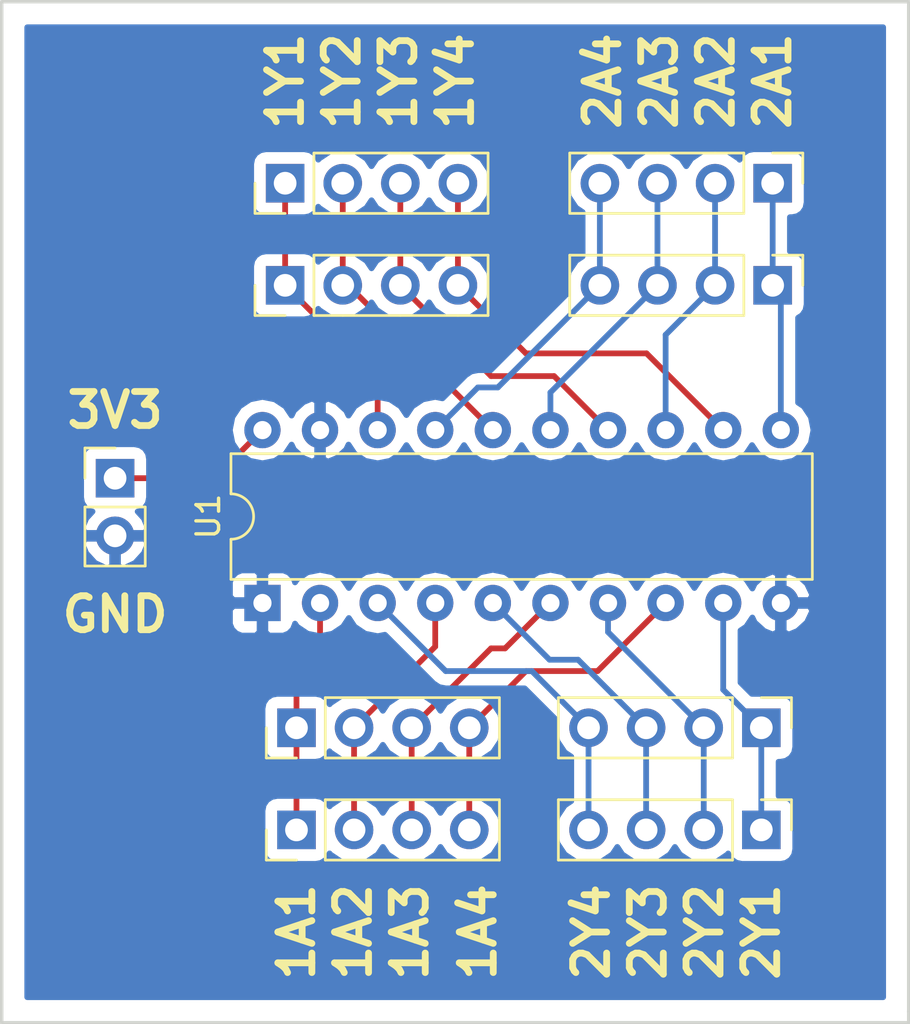
<source format=kicad_pcb>
(kicad_pcb (version 4) (host pcbnew 4.0.5)

  (general
    (links 36)
    (no_connects 0)
    (area 98.912667 76.924999 139.075001 122.075001)
    (thickness 1.6002)
    (drawings 23)
    (tracks 58)
    (zones 0)
    (modules 10)
    (nets 19)
  )

  (page USLetter)
  (title_block
    (title "Level Shifter Board")
    (rev 1)
    (company "Ben Mason")
  )

  (layers
    (0 F.Cu signal)
    (31 B.Cu signal)
    (33 F.Adhes user)
    (34 B.Paste user)
    (35 F.Paste user)
    (36 B.SilkS user)
    (37 F.SilkS user)
    (38 B.Mask user)
    (39 F.Mask user)
    (40 Dwgs.User user)
    (41 Cmts.User user)
    (42 Eco1.User user)
    (43 Eco2.User user)
    (44 Edge.Cuts user)
    (45 Margin user)
    (47 F.CrtYd user)
    (49 F.Fab user)
  )

  (setup
    (last_trace_width 0.254)
    (trace_clearance 0.254)
    (zone_clearance 0.508)
    (zone_45_only no)
    (trace_min 0.1524)
    (segment_width 0.2)
    (edge_width 0.15)
    (via_size 0.6858)
    (via_drill 0.3302)
    (via_min_size 0.3302)
    (via_min_drill 0.3302)
    (uvia_size 0.762)
    (uvia_drill 0.508)
    (uvias_allowed no)
    (uvia_min_size 0)
    (uvia_min_drill 0)
    (pcb_text_width 0.3)
    (pcb_text_size 1.5 1.5)
    (mod_edge_width 0.15)
    (mod_text_size 1 1)
    (mod_text_width 0.15)
    (pad_size 1.524 1.524)
    (pad_drill 0.762)
    (pad_to_mask_clearance 0.2)
    (aux_axis_origin 0 0)
    (visible_elements FFFFFF7F)
    (pcbplotparams
      (layerselection 0x010f0_80000001)
      (usegerberextensions false)
      (excludeedgelayer true)
      (linewidth 0.100000)
      (plotframeref false)
      (viasonmask false)
      (mode 1)
      (useauxorigin false)
      (hpglpennumber 1)
      (hpglpenspeed 20)
      (hpglpendiameter 15)
      (hpglpenoverlay 2)
      (psnegative false)
      (psa4output false)
      (plotreference true)
      (plotvalue false)
      (plotinvisibletext false)
      (padsonsilk false)
      (subtractmaskfromsilk true)
      (outputformat 1)
      (mirror false)
      (drillshape 0)
      (scaleselection 1)
      (outputdirectory GERBERS/))
  )

  (net 0 "")
  (net 1 "Net-(P1-Pad1)")
  (net 2 "Net-(P1-Pad2)")
  (net 3 "Net-(P1-Pad3)")
  (net 4 "Net-(P1-Pad4)")
  (net 5 "Net-(P2-Pad1)")
  (net 6 "Net-(P2-Pad2)")
  (net 7 "Net-(P2-Pad3)")
  (net 8 "Net-(P2-Pad4)")
  (net 9 "Net-(P6-Pad1)")
  (net 10 "Net-(P6-Pad2)")
  (net 11 "Net-(P6-Pad3)")
  (net 12 "Net-(P6-Pad4)")
  (net 13 "Net-(P7-Pad1)")
  (net 14 "Net-(P7-Pad2)")
  (net 15 "Net-(P7-Pad3)")
  (net 16 "Net-(P7-Pad4)")
  (net 17 /VCC)
  (net 18 /GND)

  (net_class Default "This is the default net class."
    (clearance 0.254)
    (trace_width 0.254)
    (via_dia 0.6858)
    (via_drill 0.3302)
    (uvia_dia 0.762)
    (uvia_drill 0.508)
    (add_net /GND)
    (add_net /VCC)
    (add_net "Net-(P1-Pad1)")
    (add_net "Net-(P1-Pad2)")
    (add_net "Net-(P1-Pad3)")
    (add_net "Net-(P1-Pad4)")
    (add_net "Net-(P2-Pad1)")
    (add_net "Net-(P2-Pad2)")
    (add_net "Net-(P2-Pad3)")
    (add_net "Net-(P2-Pad4)")
    (add_net "Net-(P6-Pad1)")
    (add_net "Net-(P6-Pad2)")
    (add_net "Net-(P6-Pad3)")
    (add_net "Net-(P6-Pad4)")
    (add_net "Net-(P7-Pad1)")
    (add_net "Net-(P7-Pad2)")
    (add_net "Net-(P7-Pad3)")
    (add_net "Net-(P7-Pad4)")
  )

  (module Housings_DIP:DIP-20_W7.62mm (layer F.Cu) (tedit 58CC8E2D) (tstamp 594576B3)
    (at 110.5 103.5 90)
    (descr "20-lead dip package, row spacing 7.62 mm (300 mils)")
    (tags "DIL DIP PDIP 2.54mm 7.62mm 300mil")
    (path /594582E0)
    (fp_text reference U1 (at 3.81 -2.39 90) (layer F.SilkS)
      (effects (font (size 1 1) (thickness 0.15)))
    )
    (fp_text value SN74LVC244 (at 3.81 25.25 90) (layer F.Fab)
      (effects (font (size 1 1) (thickness 0.15)))
    )
    (fp_text user %R (at 3.81 11.43 90) (layer F.Fab)
      (effects (font (size 1 1) (thickness 0.15)))
    )
    (fp_line (start 1.635 -1.27) (end 6.985 -1.27) (layer F.Fab) (width 0.1))
    (fp_line (start 6.985 -1.27) (end 6.985 24.13) (layer F.Fab) (width 0.1))
    (fp_line (start 6.985 24.13) (end 0.635 24.13) (layer F.Fab) (width 0.1))
    (fp_line (start 0.635 24.13) (end 0.635 -0.27) (layer F.Fab) (width 0.1))
    (fp_line (start 0.635 -0.27) (end 1.635 -1.27) (layer F.Fab) (width 0.1))
    (fp_line (start 2.81 -1.39) (end 1.04 -1.39) (layer F.SilkS) (width 0.12))
    (fp_line (start 1.04 -1.39) (end 1.04 24.25) (layer F.SilkS) (width 0.12))
    (fp_line (start 1.04 24.25) (end 6.58 24.25) (layer F.SilkS) (width 0.12))
    (fp_line (start 6.58 24.25) (end 6.58 -1.39) (layer F.SilkS) (width 0.12))
    (fp_line (start 6.58 -1.39) (end 4.81 -1.39) (layer F.SilkS) (width 0.12))
    (fp_line (start -1.1 -1.6) (end -1.1 24.4) (layer F.CrtYd) (width 0.05))
    (fp_line (start -1.1 24.4) (end 8.7 24.4) (layer F.CrtYd) (width 0.05))
    (fp_line (start 8.7 24.4) (end 8.7 -1.6) (layer F.CrtYd) (width 0.05))
    (fp_line (start 8.7 -1.6) (end -1.1 -1.6) (layer F.CrtYd) (width 0.05))
    (fp_arc (start 3.81 -1.39) (end 2.81 -1.39) (angle -180) (layer F.SilkS) (width 0.12))
    (pad 1 thru_hole rect (at 0 0 90) (size 1.6 1.6) (drill 0.8) (layers *.Cu *.Mask)
      (net 18 /GND))
    (pad 11 thru_hole oval (at 7.62 22.86 90) (size 1.6 1.6) (drill 0.8) (layers *.Cu *.Mask)
      (net 5 "Net-(P2-Pad1)"))
    (pad 2 thru_hole oval (at 0 2.54 90) (size 1.6 1.6) (drill 0.8) (layers *.Cu *.Mask)
      (net 1 "Net-(P1-Pad1)"))
    (pad 12 thru_hole oval (at 7.62 20.32 90) (size 1.6 1.6) (drill 0.8) (layers *.Cu *.Mask)
      (net 12 "Net-(P6-Pad4)"))
    (pad 3 thru_hole oval (at 0 5.08 90) (size 1.6 1.6) (drill 0.8) (layers *.Cu *.Mask)
      (net 16 "Net-(P7-Pad4)"))
    (pad 13 thru_hole oval (at 7.62 17.78 90) (size 1.6 1.6) (drill 0.8) (layers *.Cu *.Mask)
      (net 6 "Net-(P2-Pad2)"))
    (pad 4 thru_hole oval (at 0 7.62 90) (size 1.6 1.6) (drill 0.8) (layers *.Cu *.Mask)
      (net 2 "Net-(P1-Pad2)"))
    (pad 14 thru_hole oval (at 7.62 15.24 90) (size 1.6 1.6) (drill 0.8) (layers *.Cu *.Mask)
      (net 11 "Net-(P6-Pad3)"))
    (pad 5 thru_hole oval (at 0 10.16 90) (size 1.6 1.6) (drill 0.8) (layers *.Cu *.Mask)
      (net 15 "Net-(P7-Pad3)"))
    (pad 15 thru_hole oval (at 7.62 12.7 90) (size 1.6 1.6) (drill 0.8) (layers *.Cu *.Mask)
      (net 7 "Net-(P2-Pad3)"))
    (pad 6 thru_hole oval (at 0 12.7 90) (size 1.6 1.6) (drill 0.8) (layers *.Cu *.Mask)
      (net 3 "Net-(P1-Pad3)"))
    (pad 16 thru_hole oval (at 7.62 10.16 90) (size 1.6 1.6) (drill 0.8) (layers *.Cu *.Mask)
      (net 10 "Net-(P6-Pad2)"))
    (pad 7 thru_hole oval (at 0 15.24 90) (size 1.6 1.6) (drill 0.8) (layers *.Cu *.Mask)
      (net 14 "Net-(P7-Pad2)"))
    (pad 17 thru_hole oval (at 7.62 7.62 90) (size 1.6 1.6) (drill 0.8) (layers *.Cu *.Mask)
      (net 8 "Net-(P2-Pad4)"))
    (pad 8 thru_hole oval (at 0 17.78 90) (size 1.6 1.6) (drill 0.8) (layers *.Cu *.Mask)
      (net 4 "Net-(P1-Pad4)"))
    (pad 18 thru_hole oval (at 7.62 5.08 90) (size 1.6 1.6) (drill 0.8) (layers *.Cu *.Mask)
      (net 9 "Net-(P6-Pad1)"))
    (pad 9 thru_hole oval (at 0 20.32 90) (size 1.6 1.6) (drill 0.8) (layers *.Cu *.Mask)
      (net 13 "Net-(P7-Pad1)"))
    (pad 19 thru_hole oval (at 7.62 2.54 90) (size 1.6 1.6) (drill 0.8) (layers *.Cu *.Mask)
      (net 18 /GND))
    (pad 10 thru_hole oval (at 0 22.86 90) (size 1.6 1.6) (drill 0.8) (layers *.Cu *.Mask)
      (net 18 /GND))
    (pad 20 thru_hole oval (at 7.62 0 90) (size 1.6 1.6) (drill 0.8) (layers *.Cu *.Mask)
      (net 17 /VCC))
    (model ${KISYS3DMOD}/Housings_DIP.3dshapes/DIP-20_W7.62mm.wrl
      (at (xyz 0 0 0))
      (scale (xyz 1 1 1))
      (rotate (xyz 0 0 0))
    )
  )

  (module Socket_Strips:Socket_Strip_Straight_1x02_Pitch2.54mm (layer F.Cu) (tedit 5945B1BE) (tstamp 59457655)
    (at 104 98)
    (descr "Through hole straight socket strip, 1x02, 2.54mm pitch, single row")
    (tags "Through hole socket strip THT 1x02 2.54mm single row")
    (path /5945686B)
    (fp_text reference P3 (at 0 -2.33) (layer F.SilkS) hide
      (effects (font (size 1 1) (thickness 0.15)))
    )
    (fp_text value CONN_01X02 (at 0 4.87) (layer F.Fab) hide
      (effects (font (size 1 1) (thickness 0.15)))
    )
    (fp_line (start -1.27 -1.27) (end -1.27 3.81) (layer F.Fab) (width 0.1))
    (fp_line (start -1.27 3.81) (end 1.27 3.81) (layer F.Fab) (width 0.1))
    (fp_line (start 1.27 3.81) (end 1.27 -1.27) (layer F.Fab) (width 0.1))
    (fp_line (start 1.27 -1.27) (end -1.27 -1.27) (layer F.Fab) (width 0.1))
    (fp_line (start -1.33 1.27) (end -1.33 3.87) (layer F.SilkS) (width 0.12))
    (fp_line (start -1.33 3.87) (end 1.33 3.87) (layer F.SilkS) (width 0.12))
    (fp_line (start 1.33 3.87) (end 1.33 1.27) (layer F.SilkS) (width 0.12))
    (fp_line (start 1.33 1.27) (end -1.33 1.27) (layer F.SilkS) (width 0.12))
    (fp_line (start -1.33 0) (end -1.33 -1.33) (layer F.SilkS) (width 0.12))
    (fp_line (start -1.33 -1.33) (end 0 -1.33) (layer F.SilkS) (width 0.12))
    (fp_line (start -1.8 -1.8) (end -1.8 4.35) (layer F.CrtYd) (width 0.05))
    (fp_line (start -1.8 4.35) (end 1.8 4.35) (layer F.CrtYd) (width 0.05))
    (fp_line (start 1.8 4.35) (end 1.8 -1.8) (layer F.CrtYd) (width 0.05))
    (fp_line (start 1.8 -1.8) (end -1.8 -1.8) (layer F.CrtYd) (width 0.05))
    (fp_text user %R (at 0 -2.33) (layer F.Fab)
      (effects (font (size 1 1) (thickness 0.15)))
    )
    (pad 1 thru_hole rect (at 0 0) (size 1.7 1.7) (drill 1) (layers *.Cu *.Mask)
      (net 17 /VCC))
    (pad 2 thru_hole oval (at 0 2.54) (size 1.7 1.7) (drill 1) (layers *.Cu *.Mask)
      (net 18 /GND))
    (model ${KISYS3DMOD}/Socket_Strips.3dshapes/Socket_Strip_Straight_1x02_Pitch2.54mm.wrl
      (at (xyz 0 -0.05 0))
      (scale (xyz 1 1 1))
      (rotate (xyz 0 0 270))
    )
  )

  (module Socket_Strips:Socket_Strip_Straight_1x04_Pitch2.54mm (layer F.Cu) (tedit 5945B1CB) (tstamp 59458F07)
    (at 111.5 89.5 90)
    (descr "Through hole straight socket strip, 1x04, 2.54mm pitch, single row")
    (tags "Through hole socket strip THT 1x04 2.54mm single row")
    (path /59458B96)
    (fp_text reference P6 (at 0 -2.33 90) (layer F.SilkS) hide
      (effects (font (size 1 1) (thickness 0.15)))
    )
    (fp_text value CONN_01X04 (at 0 9.95 90) (layer F.Fab)
      (effects (font (size 1 1) (thickness 0.15)))
    )
    (fp_line (start -1.27 -1.27) (end -1.27 8.89) (layer F.Fab) (width 0.1))
    (fp_line (start -1.27 8.89) (end 1.27 8.89) (layer F.Fab) (width 0.1))
    (fp_line (start 1.27 8.89) (end 1.27 -1.27) (layer F.Fab) (width 0.1))
    (fp_line (start 1.27 -1.27) (end -1.27 -1.27) (layer F.Fab) (width 0.1))
    (fp_line (start -1.33 1.27) (end -1.33 8.95) (layer F.SilkS) (width 0.12))
    (fp_line (start -1.33 8.95) (end 1.33 8.95) (layer F.SilkS) (width 0.12))
    (fp_line (start 1.33 8.95) (end 1.33 1.27) (layer F.SilkS) (width 0.12))
    (fp_line (start 1.33 1.27) (end -1.33 1.27) (layer F.SilkS) (width 0.12))
    (fp_line (start -1.33 0) (end -1.33 -1.33) (layer F.SilkS) (width 0.12))
    (fp_line (start -1.33 -1.33) (end 0 -1.33) (layer F.SilkS) (width 0.12))
    (fp_line (start -1.8 -1.8) (end -1.8 9.4) (layer F.CrtYd) (width 0.05))
    (fp_line (start -1.8 9.4) (end 1.8 9.4) (layer F.CrtYd) (width 0.05))
    (fp_line (start 1.8 9.4) (end 1.8 -1.8) (layer F.CrtYd) (width 0.05))
    (fp_line (start 1.8 -1.8) (end -1.8 -1.8) (layer F.CrtYd) (width 0.05))
    (fp_text user %R (at 0 -2.33 90) (layer F.Fab)
      (effects (font (size 1 1) (thickness 0.15)))
    )
    (pad 1 thru_hole rect (at 0 0 90) (size 1.7 1.7) (drill 1) (layers *.Cu *.Mask)
      (net 9 "Net-(P6-Pad1)"))
    (pad 2 thru_hole oval (at 0 2.54 90) (size 1.7 1.7) (drill 1) (layers *.Cu *.Mask)
      (net 10 "Net-(P6-Pad2)"))
    (pad 3 thru_hole oval (at 0 5.08 90) (size 1.7 1.7) (drill 1) (layers *.Cu *.Mask)
      (net 11 "Net-(P6-Pad3)"))
    (pad 4 thru_hole oval (at 0 7.62 90) (size 1.7 1.7) (drill 1) (layers *.Cu *.Mask)
      (net 12 "Net-(P6-Pad4)"))
    (model ${KISYS3DMOD}/Socket_Strips.3dshapes/Socket_Strip_Straight_1x04_Pitch2.54mm.wrl
      (at (xyz 0 -0.15 0))
      (scale (xyz 1 1 1))
      (rotate (xyz 0 0 270))
    )
  )

  (module Socket_Strips:Socket_Strip_Straight_1x04_Pitch2.54mm (layer F.Cu) (tedit 5945B1E0) (tstamp 59458F1E)
    (at 132.5 109 270)
    (descr "Through hole straight socket strip, 1x04, 2.54mm pitch, single row")
    (tags "Through hole socket strip THT 1x04 2.54mm single row")
    (path /59458BD2)
    (fp_text reference P7 (at 0 -2.33 270) (layer F.SilkS) hide
      (effects (font (size 1 1) (thickness 0.15)))
    )
    (fp_text value CONN_01X04 (at 0 9.95 270) (layer F.Fab)
      (effects (font (size 1 1) (thickness 0.15)))
    )
    (fp_line (start -1.27 -1.27) (end -1.27 8.89) (layer F.Fab) (width 0.1))
    (fp_line (start -1.27 8.89) (end 1.27 8.89) (layer F.Fab) (width 0.1))
    (fp_line (start 1.27 8.89) (end 1.27 -1.27) (layer F.Fab) (width 0.1))
    (fp_line (start 1.27 -1.27) (end -1.27 -1.27) (layer F.Fab) (width 0.1))
    (fp_line (start -1.33 1.27) (end -1.33 8.95) (layer F.SilkS) (width 0.12))
    (fp_line (start -1.33 8.95) (end 1.33 8.95) (layer F.SilkS) (width 0.12))
    (fp_line (start 1.33 8.95) (end 1.33 1.27) (layer F.SilkS) (width 0.12))
    (fp_line (start 1.33 1.27) (end -1.33 1.27) (layer F.SilkS) (width 0.12))
    (fp_line (start -1.33 0) (end -1.33 -1.33) (layer F.SilkS) (width 0.12))
    (fp_line (start -1.33 -1.33) (end 0 -1.33) (layer F.SilkS) (width 0.12))
    (fp_line (start -1.8 -1.8) (end -1.8 9.4) (layer F.CrtYd) (width 0.05))
    (fp_line (start -1.8 9.4) (end 1.8 9.4) (layer F.CrtYd) (width 0.05))
    (fp_line (start 1.8 9.4) (end 1.8 -1.8) (layer F.CrtYd) (width 0.05))
    (fp_line (start 1.8 -1.8) (end -1.8 -1.8) (layer F.CrtYd) (width 0.05))
    (fp_text user %R (at 0 -2.33 270) (layer F.Fab)
      (effects (font (size 1 1) (thickness 0.15)))
    )
    (pad 1 thru_hole rect (at 0 0 270) (size 1.7 1.7) (drill 1) (layers *.Cu *.Mask)
      (net 13 "Net-(P7-Pad1)"))
    (pad 2 thru_hole oval (at 0 2.54 270) (size 1.7 1.7) (drill 1) (layers *.Cu *.Mask)
      (net 14 "Net-(P7-Pad2)"))
    (pad 3 thru_hole oval (at 0 5.08 270) (size 1.7 1.7) (drill 1) (layers *.Cu *.Mask)
      (net 15 "Net-(P7-Pad3)"))
    (pad 4 thru_hole oval (at 0 7.62 270) (size 1.7 1.7) (drill 1) (layers *.Cu *.Mask)
      (net 16 "Net-(P7-Pad4)"))
    (model ${KISYS3DMOD}/Socket_Strips.3dshapes/Socket_Strip_Straight_1x04_Pitch2.54mm.wrl
      (at (xyz 0 -0.15 0))
      (scale (xyz 1 1 1))
      (rotate (xyz 0 0 270))
    )
  )

  (module Socket_Strips:Socket_Strip_Straight_1x04_Pitch2.54mm (layer F.Cu) (tedit 5945B1C5) (tstamp 59458F35)
    (at 111.5 85 90)
    (descr "Through hole straight socket strip, 1x04, 2.54mm pitch, single row")
    (tags "Through hole socket strip THT 1x04 2.54mm single row")
    (path /59458C14)
    (fp_text reference P8 (at 0 -2.33 90) (layer F.SilkS) hide
      (effects (font (size 1 1) (thickness 0.15)))
    )
    (fp_text value CONN_01X04 (at 0 9.95 90) (layer F.Fab)
      (effects (font (size 1 1) (thickness 0.15)))
    )
    (fp_line (start -1.27 -1.27) (end -1.27 8.89) (layer F.Fab) (width 0.1))
    (fp_line (start -1.27 8.89) (end 1.27 8.89) (layer F.Fab) (width 0.1))
    (fp_line (start 1.27 8.89) (end 1.27 -1.27) (layer F.Fab) (width 0.1))
    (fp_line (start 1.27 -1.27) (end -1.27 -1.27) (layer F.Fab) (width 0.1))
    (fp_line (start -1.33 1.27) (end -1.33 8.95) (layer F.SilkS) (width 0.12))
    (fp_line (start -1.33 8.95) (end 1.33 8.95) (layer F.SilkS) (width 0.12))
    (fp_line (start 1.33 8.95) (end 1.33 1.27) (layer F.SilkS) (width 0.12))
    (fp_line (start 1.33 1.27) (end -1.33 1.27) (layer F.SilkS) (width 0.12))
    (fp_line (start -1.33 0) (end -1.33 -1.33) (layer F.SilkS) (width 0.12))
    (fp_line (start -1.33 -1.33) (end 0 -1.33) (layer F.SilkS) (width 0.12))
    (fp_line (start -1.8 -1.8) (end -1.8 9.4) (layer F.CrtYd) (width 0.05))
    (fp_line (start -1.8 9.4) (end 1.8 9.4) (layer F.CrtYd) (width 0.05))
    (fp_line (start 1.8 9.4) (end 1.8 -1.8) (layer F.CrtYd) (width 0.05))
    (fp_line (start 1.8 -1.8) (end -1.8 -1.8) (layer F.CrtYd) (width 0.05))
    (fp_text user %R (at 0 -2.33 90) (layer F.Fab)
      (effects (font (size 1 1) (thickness 0.15)))
    )
    (pad 1 thru_hole rect (at 0 0 90) (size 1.7 1.7) (drill 1) (layers *.Cu *.Mask)
      (net 9 "Net-(P6-Pad1)"))
    (pad 2 thru_hole oval (at 0 2.54 90) (size 1.7 1.7) (drill 1) (layers *.Cu *.Mask)
      (net 10 "Net-(P6-Pad2)"))
    (pad 3 thru_hole oval (at 0 5.08 90) (size 1.7 1.7) (drill 1) (layers *.Cu *.Mask)
      (net 11 "Net-(P6-Pad3)"))
    (pad 4 thru_hole oval (at 0 7.62 90) (size 1.7 1.7) (drill 1) (layers *.Cu *.Mask)
      (net 12 "Net-(P6-Pad4)"))
    (model ${KISYS3DMOD}/Socket_Strips.3dshapes/Socket_Strip_Straight_1x04_Pitch2.54mm.wrl
      (at (xyz 0 -0.15 0))
      (scale (xyz 1 1 1))
      (rotate (xyz 0 0 270))
    )
  )

  (module Socket_Strips:Socket_Strip_Straight_1x04_Pitch2.54mm (layer F.Cu) (tedit 5945B1E9) (tstamp 59458F4C)
    (at 132.5 113.5 270)
    (descr "Through hole straight socket strip, 1x04, 2.54mm pitch, single row")
    (tags "Through hole socket strip THT 1x04 2.54mm single row")
    (path /59458C56)
    (fp_text reference P9 (at 0 -2.33 270) (layer F.SilkS) hide
      (effects (font (size 1 1) (thickness 0.15)))
    )
    (fp_text value CONN_01X04 (at 0 9.95 270) (layer F.Fab)
      (effects (font (size 1 1) (thickness 0.15)))
    )
    (fp_line (start -1.27 -1.27) (end -1.27 8.89) (layer F.Fab) (width 0.1))
    (fp_line (start -1.27 8.89) (end 1.27 8.89) (layer F.Fab) (width 0.1))
    (fp_line (start 1.27 8.89) (end 1.27 -1.27) (layer F.Fab) (width 0.1))
    (fp_line (start 1.27 -1.27) (end -1.27 -1.27) (layer F.Fab) (width 0.1))
    (fp_line (start -1.33 1.27) (end -1.33 8.95) (layer F.SilkS) (width 0.12))
    (fp_line (start -1.33 8.95) (end 1.33 8.95) (layer F.SilkS) (width 0.12))
    (fp_line (start 1.33 8.95) (end 1.33 1.27) (layer F.SilkS) (width 0.12))
    (fp_line (start 1.33 1.27) (end -1.33 1.27) (layer F.SilkS) (width 0.12))
    (fp_line (start -1.33 0) (end -1.33 -1.33) (layer F.SilkS) (width 0.12))
    (fp_line (start -1.33 -1.33) (end 0 -1.33) (layer F.SilkS) (width 0.12))
    (fp_line (start -1.8 -1.8) (end -1.8 9.4) (layer F.CrtYd) (width 0.05))
    (fp_line (start -1.8 9.4) (end 1.8 9.4) (layer F.CrtYd) (width 0.05))
    (fp_line (start 1.8 9.4) (end 1.8 -1.8) (layer F.CrtYd) (width 0.05))
    (fp_line (start 1.8 -1.8) (end -1.8 -1.8) (layer F.CrtYd) (width 0.05))
    (fp_text user %R (at 0 -2.33 270) (layer F.Fab)
      (effects (font (size 1 1) (thickness 0.15)))
    )
    (pad 1 thru_hole rect (at 0 0 270) (size 1.7 1.7) (drill 1) (layers *.Cu *.Mask)
      (net 13 "Net-(P7-Pad1)"))
    (pad 2 thru_hole oval (at 0 2.54 270) (size 1.7 1.7) (drill 1) (layers *.Cu *.Mask)
      (net 14 "Net-(P7-Pad2)"))
    (pad 3 thru_hole oval (at 0 5.08 270) (size 1.7 1.7) (drill 1) (layers *.Cu *.Mask)
      (net 15 "Net-(P7-Pad3)"))
    (pad 4 thru_hole oval (at 0 7.62 270) (size 1.7 1.7) (drill 1) (layers *.Cu *.Mask)
      (net 16 "Net-(P7-Pad4)"))
    (model ${KISYS3DMOD}/Socket_Strips.3dshapes/Socket_Strip_Straight_1x04_Pitch2.54mm.wrl
      (at (xyz 0 -0.15 0))
      (scale (xyz 1 1 1))
      (rotate (xyz 0 0 270))
    )
  )

  (module Socket_Strips:Socket_Strip_Straight_1x04_Pitch2.54mm (layer F.Cu) (tedit 5945B1EF) (tstamp 594590DA)
    (at 112 109 90)
    (descr "Through hole straight socket strip, 1x04, 2.54mm pitch, single row")
    (tags "Through hole socket strip THT 1x04 2.54mm single row")
    (path /59458AA8)
    (fp_text reference P1 (at 0 -2.33 90) (layer F.SilkS) hide
      (effects (font (size 1 1) (thickness 0.15)))
    )
    (fp_text value CONN_01X04 (at 0 9.95 90) (layer F.Fab)
      (effects (font (size 1 1) (thickness 0.15)))
    )
    (fp_line (start -1.27 -1.27) (end -1.27 8.89) (layer F.Fab) (width 0.1))
    (fp_line (start -1.27 8.89) (end 1.27 8.89) (layer F.Fab) (width 0.1))
    (fp_line (start 1.27 8.89) (end 1.27 -1.27) (layer F.Fab) (width 0.1))
    (fp_line (start 1.27 -1.27) (end -1.27 -1.27) (layer F.Fab) (width 0.1))
    (fp_line (start -1.33 1.27) (end -1.33 8.95) (layer F.SilkS) (width 0.12))
    (fp_line (start -1.33 8.95) (end 1.33 8.95) (layer F.SilkS) (width 0.12))
    (fp_line (start 1.33 8.95) (end 1.33 1.27) (layer F.SilkS) (width 0.12))
    (fp_line (start 1.33 1.27) (end -1.33 1.27) (layer F.SilkS) (width 0.12))
    (fp_line (start -1.33 0) (end -1.33 -1.33) (layer F.SilkS) (width 0.12))
    (fp_line (start -1.33 -1.33) (end 0 -1.33) (layer F.SilkS) (width 0.12))
    (fp_line (start -1.8 -1.8) (end -1.8 9.4) (layer F.CrtYd) (width 0.05))
    (fp_line (start -1.8 9.4) (end 1.8 9.4) (layer F.CrtYd) (width 0.05))
    (fp_line (start 1.8 9.4) (end 1.8 -1.8) (layer F.CrtYd) (width 0.05))
    (fp_line (start 1.8 -1.8) (end -1.8 -1.8) (layer F.CrtYd) (width 0.05))
    (fp_text user %R (at 0 -2.33 90) (layer F.Fab)
      (effects (font (size 1 1) (thickness 0.15)))
    )
    (pad 1 thru_hole rect (at 0 0 90) (size 1.7 1.7) (drill 1) (layers *.Cu *.Mask)
      (net 1 "Net-(P1-Pad1)"))
    (pad 2 thru_hole oval (at 0 2.54 90) (size 1.7 1.7) (drill 1) (layers *.Cu *.Mask)
      (net 2 "Net-(P1-Pad2)"))
    (pad 3 thru_hole oval (at 0 5.08 90) (size 1.7 1.7) (drill 1) (layers *.Cu *.Mask)
      (net 3 "Net-(P1-Pad3)"))
    (pad 4 thru_hole oval (at 0 7.62 90) (size 1.7 1.7) (drill 1) (layers *.Cu *.Mask)
      (net 4 "Net-(P1-Pad4)"))
    (model ${KISYS3DMOD}/Socket_Strips.3dshapes/Socket_Strip_Straight_1x04_Pitch2.54mm.wrl
      (at (xyz 0 -0.15 0))
      (scale (xyz 1 1 1))
      (rotate (xyz 0 0 270))
    )
  )

  (module Socket_Strips:Socket_Strip_Straight_1x04_Pitch2.54mm (layer F.Cu) (tedit 5945B1D9) (tstamp 594590F1)
    (at 133 89.5 270)
    (descr "Through hole straight socket strip, 1x04, 2.54mm pitch, single row")
    (tags "Through hole socket strip THT 1x04 2.54mm single row")
    (path /59458AFA)
    (fp_text reference P2 (at 0 -2.33 270) (layer F.SilkS) hide
      (effects (font (size 1 1) (thickness 0.15)))
    )
    (fp_text value CONN_01X04 (at 0 9.95 270) (layer F.Fab)
      (effects (font (size 1 1) (thickness 0.15)))
    )
    (fp_line (start -1.27 -1.27) (end -1.27 8.89) (layer F.Fab) (width 0.1))
    (fp_line (start -1.27 8.89) (end 1.27 8.89) (layer F.Fab) (width 0.1))
    (fp_line (start 1.27 8.89) (end 1.27 -1.27) (layer F.Fab) (width 0.1))
    (fp_line (start 1.27 -1.27) (end -1.27 -1.27) (layer F.Fab) (width 0.1))
    (fp_line (start -1.33 1.27) (end -1.33 8.95) (layer F.SilkS) (width 0.12))
    (fp_line (start -1.33 8.95) (end 1.33 8.95) (layer F.SilkS) (width 0.12))
    (fp_line (start 1.33 8.95) (end 1.33 1.27) (layer F.SilkS) (width 0.12))
    (fp_line (start 1.33 1.27) (end -1.33 1.27) (layer F.SilkS) (width 0.12))
    (fp_line (start -1.33 0) (end -1.33 -1.33) (layer F.SilkS) (width 0.12))
    (fp_line (start -1.33 -1.33) (end 0 -1.33) (layer F.SilkS) (width 0.12))
    (fp_line (start -1.8 -1.8) (end -1.8 9.4) (layer F.CrtYd) (width 0.05))
    (fp_line (start -1.8 9.4) (end 1.8 9.4) (layer F.CrtYd) (width 0.05))
    (fp_line (start 1.8 9.4) (end 1.8 -1.8) (layer F.CrtYd) (width 0.05))
    (fp_line (start 1.8 -1.8) (end -1.8 -1.8) (layer F.CrtYd) (width 0.05))
    (fp_text user %R (at 0 -2.33 270) (layer F.Fab)
      (effects (font (size 1 1) (thickness 0.15)))
    )
    (pad 1 thru_hole rect (at 0 0 270) (size 1.7 1.7) (drill 1) (layers *.Cu *.Mask)
      (net 5 "Net-(P2-Pad1)"))
    (pad 2 thru_hole oval (at 0 2.54 270) (size 1.7 1.7) (drill 1) (layers *.Cu *.Mask)
      (net 6 "Net-(P2-Pad2)"))
    (pad 3 thru_hole oval (at 0 5.08 270) (size 1.7 1.7) (drill 1) (layers *.Cu *.Mask)
      (net 7 "Net-(P2-Pad3)"))
    (pad 4 thru_hole oval (at 0 7.62 270) (size 1.7 1.7) (drill 1) (layers *.Cu *.Mask)
      (net 8 "Net-(P2-Pad4)"))
    (model ${KISYS3DMOD}/Socket_Strips.3dshapes/Socket_Strip_Straight_1x04_Pitch2.54mm.wrl
      (at (xyz 0 -0.15 0))
      (scale (xyz 1 1 1))
      (rotate (xyz 0 0 270))
    )
  )

  (module Socket_Strips:Socket_Strip_Straight_1x04_Pitch2.54mm (layer F.Cu) (tedit 5945B1F5) (tstamp 59459108)
    (at 112 113.5 90)
    (descr "Through hole straight socket strip, 1x04, 2.54mm pitch, single row")
    (tags "Through hole socket strip THT 1x04 2.54mm single row")
    (path /59458B36)
    (fp_text reference P4 (at 0 -2.33 90) (layer F.SilkS) hide
      (effects (font (size 1 1) (thickness 0.15)))
    )
    (fp_text value CONN_01X04 (at 0 9.95 90) (layer F.Fab)
      (effects (font (size 1 1) (thickness 0.15)))
    )
    (fp_line (start -1.27 -1.27) (end -1.27 8.89) (layer F.Fab) (width 0.1))
    (fp_line (start -1.27 8.89) (end 1.27 8.89) (layer F.Fab) (width 0.1))
    (fp_line (start 1.27 8.89) (end 1.27 -1.27) (layer F.Fab) (width 0.1))
    (fp_line (start 1.27 -1.27) (end -1.27 -1.27) (layer F.Fab) (width 0.1))
    (fp_line (start -1.33 1.27) (end -1.33 8.95) (layer F.SilkS) (width 0.12))
    (fp_line (start -1.33 8.95) (end 1.33 8.95) (layer F.SilkS) (width 0.12))
    (fp_line (start 1.33 8.95) (end 1.33 1.27) (layer F.SilkS) (width 0.12))
    (fp_line (start 1.33 1.27) (end -1.33 1.27) (layer F.SilkS) (width 0.12))
    (fp_line (start -1.33 0) (end -1.33 -1.33) (layer F.SilkS) (width 0.12))
    (fp_line (start -1.33 -1.33) (end 0 -1.33) (layer F.SilkS) (width 0.12))
    (fp_line (start -1.8 -1.8) (end -1.8 9.4) (layer F.CrtYd) (width 0.05))
    (fp_line (start -1.8 9.4) (end 1.8 9.4) (layer F.CrtYd) (width 0.05))
    (fp_line (start 1.8 9.4) (end 1.8 -1.8) (layer F.CrtYd) (width 0.05))
    (fp_line (start 1.8 -1.8) (end -1.8 -1.8) (layer F.CrtYd) (width 0.05))
    (fp_text user %R (at 0 -2.33 90) (layer F.Fab)
      (effects (font (size 1 1) (thickness 0.15)))
    )
    (pad 1 thru_hole rect (at 0 0 90) (size 1.7 1.7) (drill 1) (layers *.Cu *.Mask)
      (net 1 "Net-(P1-Pad1)"))
    (pad 2 thru_hole oval (at 0 2.54 90) (size 1.7 1.7) (drill 1) (layers *.Cu *.Mask)
      (net 2 "Net-(P1-Pad2)"))
    (pad 3 thru_hole oval (at 0 5.08 90) (size 1.7 1.7) (drill 1) (layers *.Cu *.Mask)
      (net 3 "Net-(P1-Pad3)"))
    (pad 4 thru_hole oval (at 0 7.62 90) (size 1.7 1.7) (drill 1) (layers *.Cu *.Mask)
      (net 4 "Net-(P1-Pad4)"))
    (model ${KISYS3DMOD}/Socket_Strips.3dshapes/Socket_Strip_Straight_1x04_Pitch2.54mm.wrl
      (at (xyz 0 -0.15 0))
      (scale (xyz 1 1 1))
      (rotate (xyz 0 0 270))
    )
  )

  (module Socket_Strips:Socket_Strip_Straight_1x04_Pitch2.54mm (layer F.Cu) (tedit 5945B1D2) (tstamp 5945911F)
    (at 133 85 270)
    (descr "Through hole straight socket strip, 1x04, 2.54mm pitch, single row")
    (tags "Through hole socket strip THT 1x04 2.54mm single row")
    (path /59458B64)
    (fp_text reference P5 (at 0 -2.33 270) (layer F.SilkS) hide
      (effects (font (size 1 1) (thickness 0.15)))
    )
    (fp_text value CONN_01X04 (at 0 9.95 270) (layer F.Fab)
      (effects (font (size 1 1) (thickness 0.15)))
    )
    (fp_line (start -1.27 -1.27) (end -1.27 8.89) (layer F.Fab) (width 0.1))
    (fp_line (start -1.27 8.89) (end 1.27 8.89) (layer F.Fab) (width 0.1))
    (fp_line (start 1.27 8.89) (end 1.27 -1.27) (layer F.Fab) (width 0.1))
    (fp_line (start 1.27 -1.27) (end -1.27 -1.27) (layer F.Fab) (width 0.1))
    (fp_line (start -1.33 1.27) (end -1.33 8.95) (layer F.SilkS) (width 0.12))
    (fp_line (start -1.33 8.95) (end 1.33 8.95) (layer F.SilkS) (width 0.12))
    (fp_line (start 1.33 8.95) (end 1.33 1.27) (layer F.SilkS) (width 0.12))
    (fp_line (start 1.33 1.27) (end -1.33 1.27) (layer F.SilkS) (width 0.12))
    (fp_line (start -1.33 0) (end -1.33 -1.33) (layer F.SilkS) (width 0.12))
    (fp_line (start -1.33 -1.33) (end 0 -1.33) (layer F.SilkS) (width 0.12))
    (fp_line (start -1.8 -1.8) (end -1.8 9.4) (layer F.CrtYd) (width 0.05))
    (fp_line (start -1.8 9.4) (end 1.8 9.4) (layer F.CrtYd) (width 0.05))
    (fp_line (start 1.8 9.4) (end 1.8 -1.8) (layer F.CrtYd) (width 0.05))
    (fp_line (start 1.8 -1.8) (end -1.8 -1.8) (layer F.CrtYd) (width 0.05))
    (fp_text user %R (at 0 -2.33 270) (layer F.Fab)
      (effects (font (size 1 1) (thickness 0.15)))
    )
    (pad 1 thru_hole rect (at 0 0 270) (size 1.7 1.7) (drill 1) (layers *.Cu *.Mask)
      (net 5 "Net-(P2-Pad1)"))
    (pad 2 thru_hole oval (at 0 2.54 270) (size 1.7 1.7) (drill 1) (layers *.Cu *.Mask)
      (net 6 "Net-(P2-Pad2)"))
    (pad 3 thru_hole oval (at 0 5.08 270) (size 1.7 1.7) (drill 1) (layers *.Cu *.Mask)
      (net 7 "Net-(P2-Pad3)"))
    (pad 4 thru_hole oval (at 0 7.62 270) (size 1.7 1.7) (drill 1) (layers *.Cu *.Mask)
      (net 8 "Net-(P2-Pad4)"))
    (model ${KISYS3DMOD}/Socket_Strips.3dshapes/Socket_Strip_Straight_1x04_Pitch2.54mm.wrl
      (at (xyz 0 -0.15 0))
      (scale (xyz 1 1 1))
      (rotate (xyz 0 0 270))
    )
  )

  (gr_line (start 139 122) (end 139 121.5) (angle 90) (layer Edge.Cuts) (width 0.15))
  (gr_line (start 99 122) (end 139 122) (angle 90) (layer Edge.Cuts) (width 0.15))
  (gr_line (start 99 77) (end 99 122) (angle 90) (layer Edge.Cuts) (width 0.15))
  (gr_line (start 139 77) (end 99 77) (angle 90) (layer Edge.Cuts) (width 0.15))
  (gr_line (start 139 121.5) (end 139 77) (angle 90) (layer Edge.Cuts) (width 0.15))
  (gr_text 2A1 (at 133 80.5 90) (layer F.SilkS)
    (effects (font (size 1.5 1.5) (thickness 0.3)))
  )
  (gr_text 2A2 (at 130.5 80.5 90) (layer F.SilkS)
    (effects (font (size 1.5 1.5) (thickness 0.3)))
  )
  (gr_text 2A3 (at 128 80.5 90) (layer F.SilkS)
    (effects (font (size 1.5 1.5) (thickness 0.3)))
  )
  (gr_text 2A4 (at 125.5 80.5 90) (layer F.SilkS)
    (effects (font (size 1.5 1.5) (thickness 0.3)))
  )
  (gr_text 1Y4 (at 119 80.5 90) (layer F.SilkS)
    (effects (font (size 1.5 1.5) (thickness 0.3)))
  )
  (gr_text 1Y3 (at 116.5 80.5 90) (layer F.SilkS)
    (effects (font (size 1.5 1.5) (thickness 0.3)))
  )
  (gr_text 1Y2 (at 114 80.5 90) (layer F.SilkS)
    (effects (font (size 1.5 1.5) (thickness 0.3)))
  )
  (gr_text 1Y1 (at 111.5 80.5 90) (layer F.SilkS)
    (effects (font (size 1.5 1.5) (thickness 0.3)))
  )
  (gr_text 3V3 (at 104 95) (layer F.SilkS)
    (effects (font (size 1.5 1.5) (thickness 0.3)))
  )
  (gr_text GND (at 104 104) (layer F.SilkS)
    (effects (font (size 1.5 1.5) (thickness 0.3)))
  )
  (gr_text 2Y1 (at 132.5 118 90) (layer F.SilkS)
    (effects (font (size 1.5 1.5) (thickness 0.3)))
  )
  (gr_text 2Y2 (at 130 118 90) (layer F.SilkS)
    (effects (font (size 1.5 1.5) (thickness 0.3)))
  )
  (gr_text 2Y3 (at 127.5 118 90) (layer F.SilkS)
    (effects (font (size 1.5 1.5) (thickness 0.3)))
  )
  (gr_text 2Y4 (at 125 118 90) (layer F.SilkS)
    (effects (font (size 1.5 1.5) (thickness 0.3)))
  )
  (gr_text 1A4 (at 120 118 90) (layer F.SilkS)
    (effects (font (size 1.5 1.5) (thickness 0.3)))
  )
  (gr_text 1A3 (at 117 118 90) (layer F.SilkS)
    (effects (font (size 1.5 1.5) (thickness 0.3)))
  )
  (gr_text 1A2 (at 114.5 118 90) (layer F.SilkS)
    (effects (font (size 1.5 1.5) (thickness 0.3)))
  )
  (gr_text 1A1 (at 112 118 90) (layer F.SilkS)
    (effects (font (size 1.5 1.5) (thickness 0.3)))
  )

  (segment (start 112 113.5) (end 112 109) (width 0.254) (layer F.Cu) (net 1))
  (segment (start 112 109) (end 112 106) (width 0.254) (layer F.Cu) (net 1) (tstamp 594595C6))
  (segment (start 112 106) (end 113.04 104.96) (width 0.254) (layer F.Cu) (net 1) (tstamp 594595C7))
  (segment (start 113.04 104.96) (end 113.04 103.5) (width 0.254) (layer F.Cu) (net 1) (tstamp 594595C8))
  (segment (start 114.54 113.5) (end 114.54 109) (width 0.254) (layer F.Cu) (net 2))
  (segment (start 114.54 109) (end 118.12 105.42) (width 0.254) (layer F.Cu) (net 2) (tstamp 594595CC))
  (segment (start 118.12 105.42) (end 118.12 103.5) (width 0.254) (layer F.Cu) (net 2) (tstamp 594595CD))
  (segment (start 117.08 113.5) (end 117.08 109) (width 0.254) (layer F.Cu) (net 3))
  (segment (start 117.08 109) (end 120.58 105.5) (width 0.254) (layer F.Cu) (net 3) (tstamp 594595D1))
  (segment (start 120.58 105.5) (end 121.2 105.5) (width 0.254) (layer F.Cu) (net 3) (tstamp 594595D2))
  (segment (start 121.2 105.5) (end 123.2 103.5) (width 0.254) (layer F.Cu) (net 3) (tstamp 594595D3))
  (segment (start 119.62 113.5) (end 119.62 109) (width 0.254) (layer F.Cu) (net 4))
  (segment (start 119.62 109) (end 122.12 106.5) (width 0.254) (layer F.Cu) (net 4) (tstamp 594595D6))
  (segment (start 122.12 106.5) (end 125.28 106.5) (width 0.254) (layer F.Cu) (net 4) (tstamp 594595D7))
  (segment (start 125.28 106.5) (end 128.28 103.5) (width 0.254) (layer F.Cu) (net 4) (tstamp 594595D9))
  (segment (start 133 85) (end 133 89.5) (width 0.254) (layer B.Cu) (net 5))
  (segment (start 133 89.5) (end 133.36 89.86) (width 0.254) (layer B.Cu) (net 5) (tstamp 594595EC))
  (segment (start 133.36 89.86) (end 133.36 95.88) (width 0.254) (layer B.Cu) (net 5) (tstamp 594595ED))
  (segment (start 130.46 85) (end 130.46 89.5) (width 0.254) (layer B.Cu) (net 6))
  (segment (start 130.46 89.5) (end 128.28 91.68) (width 0.254) (layer B.Cu) (net 6) (tstamp 594595E7))
  (segment (start 128.28 91.68) (end 128.28 95.88) (width 0.254) (layer B.Cu) (net 6) (tstamp 594595E8))
  (segment (start 127.92 85) (end 127.92 89.5) (width 0.254) (layer B.Cu) (net 7))
  (segment (start 127.92 89.5) (end 123.2 94.22) (width 0.254) (layer B.Cu) (net 7) (tstamp 594595E2))
  (segment (start 123.2 94.22) (end 123.2 95.88) (width 0.254) (layer B.Cu) (net 7) (tstamp 594595E3))
  (segment (start 125.38 85) (end 125.38 89.5) (width 0.254) (layer B.Cu) (net 8))
  (segment (start 125.38 89.5) (end 120.88 94) (width 0.254) (layer B.Cu) (net 8) (tstamp 594595DD))
  (segment (start 120.88 94) (end 120 94) (width 0.254) (layer B.Cu) (net 8) (tstamp 594595DE))
  (segment (start 120 94) (end 118.12 95.88) (width 0.254) (layer B.Cu) (net 8) (tstamp 594595DF))
  (segment (start 111.5 85) (end 111.5 89.5) (width 0.254) (layer F.Cu) (net 9))
  (segment (start 111.5 89.5) (end 115.58 93.58) (width 0.254) (layer F.Cu) (net 9) (tstamp 59459478))
  (segment (start 115.58 93.58) (end 115.58 95.88) (width 0.254) (layer F.Cu) (net 9) (tstamp 59459479))
  (segment (start 114.04 89.5) (end 114.28 89.5) (width 0.254) (layer F.Cu) (net 10))
  (segment (start 114.28 89.5) (end 120.66 95.88) (width 0.254) (layer F.Cu) (net 10) (tstamp 5945947F))
  (segment (start 114.04 85) (end 114.04 89.5) (width 0.254) (layer F.Cu) (net 10))
  (segment (start 116.58 85) (end 116.58 89.5) (width 0.254) (layer F.Cu) (net 11))
  (segment (start 116.58 89.5) (end 120.58 93.5) (width 0.254) (layer F.Cu) (net 11) (tstamp 594595B8))
  (segment (start 120.58 93.5) (end 123.36 93.5) (width 0.254) (layer F.Cu) (net 11) (tstamp 594595B9))
  (segment (start 123.36 93.5) (end 125.74 95.88) (width 0.254) (layer F.Cu) (net 11) (tstamp 594595BB))
  (segment (start 119.12 85) (end 119.12 89.5) (width 0.254) (layer F.Cu) (net 12))
  (segment (start 119.12 89.5) (end 122.12 92.5) (width 0.254) (layer F.Cu) (net 12) (tstamp 594595BF))
  (segment (start 122.12 92.5) (end 127.44 92.5) (width 0.254) (layer F.Cu) (net 12) (tstamp 594595C0))
  (segment (start 127.44 92.5) (end 130.82 95.88) (width 0.254) (layer F.Cu) (net 12) (tstamp 594595C2))
  (segment (start 132.5 113.5) (end 132.5 109) (width 0.254) (layer B.Cu) (net 13))
  (segment (start 132.5 109) (end 130.82 107.32) (width 0.254) (layer B.Cu) (net 13) (tstamp 594595F0))
  (segment (start 130.82 107.32) (end 130.82 103.5) (width 0.254) (layer B.Cu) (net 13) (tstamp 594595F1))
  (segment (start 129.96 113.5) (end 129.96 109) (width 0.254) (layer B.Cu) (net 14))
  (segment (start 129.96 109) (end 125.74 104.78) (width 0.254) (layer B.Cu) (net 14) (tstamp 594595F5))
  (segment (start 125.74 104.78) (end 125.74 103.5) (width 0.254) (layer B.Cu) (net 14) (tstamp 594595F6))
  (segment (start 127.42 113.5) (end 127.42 109) (width 0.254) (layer B.Cu) (net 15))
  (segment (start 127.42 109) (end 124.42 106) (width 0.254) (layer B.Cu) (net 15) (tstamp 594595FA))
  (segment (start 124.42 106) (end 123.16 106) (width 0.254) (layer B.Cu) (net 15) (tstamp 594595FB))
  (segment (start 123.16 106) (end 120.66 103.5) (width 0.254) (layer B.Cu) (net 15) (tstamp 594595FD))
  (segment (start 124.88 113.5) (end 124.88 109) (width 0.254) (layer B.Cu) (net 16))
  (segment (start 124.88 109) (end 122.38 106.5) (width 0.254) (layer B.Cu) (net 16) (tstamp 5945960A))
  (segment (start 122.38 106.5) (end 118.58 106.5) (width 0.254) (layer B.Cu) (net 16) (tstamp 5945960B))
  (segment (start 118.58 106.5) (end 115.58 103.5) (width 0.254) (layer B.Cu) (net 16) (tstamp 5945960D))
  (segment (start 104 98) (end 108.38 98) (width 0.254) (layer F.Cu) (net 17))
  (segment (start 108.38 98) (end 110.5 95.88) (width 0.254) (layer F.Cu) (net 17) (tstamp 594599CA))

  (zone (net 18) (net_name /GND) (layer B.Cu) (tstamp 59459B4D) (hatch edge 0.508)
    (connect_pads (clearance 0.508))
    (min_thickness 0.254)
    (fill yes (arc_segments 16) (thermal_gap 0.508) (thermal_bridge_width 0.508))
    (polygon
      (pts
        (xy 138 121) (xy 100 121) (xy 100 78) (xy 138 78)
      )
    )
    (filled_polygon
      (pts
        (xy 137.873 120.873) (xy 100.127 120.873) (xy 100.127 112.65) (xy 110.50256 112.65) (xy 110.50256 114.35)
        (xy 110.546838 114.585317) (xy 110.68591 114.801441) (xy 110.89811 114.946431) (xy 111.15 114.99744) (xy 112.85 114.99744)
        (xy 113.085317 114.953162) (xy 113.301441 114.81409) (xy 113.446431 114.60189) (xy 113.460086 114.534459) (xy 113.489946 114.579147)
        (xy 113.971715 114.901054) (xy 114.54 115.014093) (xy 115.108285 114.901054) (xy 115.590054 114.579147) (xy 115.81 114.249974)
        (xy 116.029946 114.579147) (xy 116.511715 114.901054) (xy 117.08 115.014093) (xy 117.648285 114.901054) (xy 118.130054 114.579147)
        (xy 118.35 114.249974) (xy 118.569946 114.579147) (xy 119.051715 114.901054) (xy 119.62 115.014093) (xy 120.188285 114.901054)
        (xy 120.670054 114.579147) (xy 120.991961 114.097378) (xy 121.105 113.529093) (xy 121.105 113.470907) (xy 120.991961 112.902622)
        (xy 120.670054 112.420853) (xy 120.188285 112.098946) (xy 119.62 111.985907) (xy 119.051715 112.098946) (xy 118.569946 112.420853)
        (xy 118.35 112.750026) (xy 118.130054 112.420853) (xy 117.648285 112.098946) (xy 117.08 111.985907) (xy 116.511715 112.098946)
        (xy 116.029946 112.420853) (xy 115.81 112.750026) (xy 115.590054 112.420853) (xy 115.108285 112.098946) (xy 114.54 111.985907)
        (xy 113.971715 112.098946) (xy 113.489946 112.420853) (xy 113.46215 112.462452) (xy 113.453162 112.414683) (xy 113.31409 112.198559)
        (xy 113.10189 112.053569) (xy 112.85 112.00256) (xy 111.15 112.00256) (xy 110.914683 112.046838) (xy 110.698559 112.18591)
        (xy 110.553569 112.39811) (xy 110.50256 112.65) (xy 100.127 112.65) (xy 100.127 108.15) (xy 110.50256 108.15)
        (xy 110.50256 109.85) (xy 110.546838 110.085317) (xy 110.68591 110.301441) (xy 110.89811 110.446431) (xy 111.15 110.49744)
        (xy 112.85 110.49744) (xy 113.085317 110.453162) (xy 113.301441 110.31409) (xy 113.446431 110.10189) (xy 113.460086 110.034459)
        (xy 113.489946 110.079147) (xy 113.971715 110.401054) (xy 114.54 110.514093) (xy 115.108285 110.401054) (xy 115.590054 110.079147)
        (xy 115.81 109.749974) (xy 116.029946 110.079147) (xy 116.511715 110.401054) (xy 117.08 110.514093) (xy 117.648285 110.401054)
        (xy 118.130054 110.079147) (xy 118.35 109.749974) (xy 118.569946 110.079147) (xy 119.051715 110.401054) (xy 119.62 110.514093)
        (xy 120.188285 110.401054) (xy 120.670054 110.079147) (xy 120.991961 109.597378) (xy 121.105 109.029093) (xy 121.105 108.970907)
        (xy 120.991961 108.402622) (xy 120.670054 107.920853) (xy 120.188285 107.598946) (xy 119.62 107.485907) (xy 119.051715 107.598946)
        (xy 118.569946 107.920853) (xy 118.35 108.250026) (xy 118.130054 107.920853) (xy 117.648285 107.598946) (xy 117.08 107.485907)
        (xy 116.511715 107.598946) (xy 116.029946 107.920853) (xy 115.81 108.250026) (xy 115.590054 107.920853) (xy 115.108285 107.598946)
        (xy 114.54 107.485907) (xy 113.971715 107.598946) (xy 113.489946 107.920853) (xy 113.46215 107.962452) (xy 113.453162 107.914683)
        (xy 113.31409 107.698559) (xy 113.10189 107.553569) (xy 112.85 107.50256) (xy 111.15 107.50256) (xy 110.914683 107.546838)
        (xy 110.698559 107.68591) (xy 110.553569 107.89811) (xy 110.50256 108.15) (xy 100.127 108.15) (xy 100.127 103.78575)
        (xy 109.065 103.78575) (xy 109.065 104.426309) (xy 109.161673 104.659698) (xy 109.340301 104.838327) (xy 109.57369 104.935)
        (xy 110.21425 104.935) (xy 110.373 104.77625) (xy 110.373 103.627) (xy 109.22375 103.627) (xy 109.065 103.78575)
        (xy 100.127 103.78575) (xy 100.127 102.573691) (xy 109.065 102.573691) (xy 109.065 103.21425) (xy 109.22375 103.373)
        (xy 110.373 103.373) (xy 110.373 102.22375) (xy 110.627 102.22375) (xy 110.627 103.373) (xy 110.647 103.373)
        (xy 110.647 103.627) (xy 110.627 103.627) (xy 110.627 104.77625) (xy 110.78575 104.935) (xy 111.42631 104.935)
        (xy 111.659699 104.838327) (xy 111.838327 104.659698) (xy 111.935 104.426309) (xy 111.935 104.407665) (xy 112.025302 104.542811)
        (xy 112.490849 104.85388) (xy 113.04 104.963113) (xy 113.589151 104.85388) (xy 114.054698 104.542811) (xy 114.31 104.160725)
        (xy 114.565302 104.542811) (xy 115.030849 104.85388) (xy 115.58 104.963113) (xy 115.901527 104.899157) (xy 118.041185 107.038816)
        (xy 118.189377 107.137834) (xy 118.288395 107.203996) (xy 118.58 107.262) (xy 122.06437 107.262) (xy 123.45776 108.65539)
        (xy 123.395 108.970907) (xy 123.395 109.029093) (xy 123.508039 109.597378) (xy 123.829946 110.079147) (xy 124.118 110.271618)
        (xy 124.118 112.228382) (xy 123.829946 112.420853) (xy 123.508039 112.902622) (xy 123.395 113.470907) (xy 123.395 113.529093)
        (xy 123.508039 114.097378) (xy 123.829946 114.579147) (xy 124.311715 114.901054) (xy 124.88 115.014093) (xy 125.448285 114.901054)
        (xy 125.930054 114.579147) (xy 126.15 114.249974) (xy 126.369946 114.579147) (xy 126.851715 114.901054) (xy 127.42 115.014093)
        (xy 127.988285 114.901054) (xy 128.470054 114.579147) (xy 128.69 114.249974) (xy 128.909946 114.579147) (xy 129.391715 114.901054)
        (xy 129.96 115.014093) (xy 130.528285 114.901054) (xy 131.010054 114.579147) (xy 131.03785 114.537548) (xy 131.046838 114.585317)
        (xy 131.18591 114.801441) (xy 131.39811 114.946431) (xy 131.65 114.99744) (xy 133.35 114.99744) (xy 133.585317 114.953162)
        (xy 133.801441 114.81409) (xy 133.946431 114.60189) (xy 133.99744 114.35) (xy 133.99744 112.65) (xy 133.953162 112.414683)
        (xy 133.81409 112.198559) (xy 133.60189 112.053569) (xy 133.35 112.00256) (xy 133.262 112.00256) (xy 133.262 110.49744)
        (xy 133.35 110.49744) (xy 133.585317 110.453162) (xy 133.801441 110.31409) (xy 133.946431 110.10189) (xy 133.99744 109.85)
        (xy 133.99744 108.15) (xy 133.953162 107.914683) (xy 133.81409 107.698559) (xy 133.60189 107.553569) (xy 133.35 107.50256)
        (xy 132.08019 107.50256) (xy 131.582 107.00437) (xy 131.582 104.711659) (xy 131.834698 104.542811) (xy 132.104986 104.138297)
        (xy 132.207611 104.355134) (xy 132.622577 104.731041) (xy 133.010961 104.891904) (xy 133.233 104.769915) (xy 133.233 103.627)
        (xy 133.487 103.627) (xy 133.487 104.769915) (xy 133.709039 104.891904) (xy 134.097423 104.731041) (xy 134.512389 104.355134)
        (xy 134.751914 103.849041) (xy 134.630629 103.627) (xy 133.487 103.627) (xy 133.233 103.627) (xy 133.213 103.627)
        (xy 133.213 103.373) (xy 133.233 103.373) (xy 133.233 102.230085) (xy 133.487 102.230085) (xy 133.487 103.373)
        (xy 134.630629 103.373) (xy 134.751914 103.150959) (xy 134.512389 102.644866) (xy 134.097423 102.268959) (xy 133.709039 102.108096)
        (xy 133.487 102.230085) (xy 133.233 102.230085) (xy 133.010961 102.108096) (xy 132.622577 102.268959) (xy 132.207611 102.644866)
        (xy 132.104986 102.861703) (xy 131.834698 102.457189) (xy 131.369151 102.14612) (xy 130.82 102.036887) (xy 130.270849 102.14612)
        (xy 129.805302 102.457189) (xy 129.55 102.839275) (xy 129.294698 102.457189) (xy 128.829151 102.14612) (xy 128.28 102.036887)
        (xy 127.730849 102.14612) (xy 127.265302 102.457189) (xy 127.01 102.839275) (xy 126.754698 102.457189) (xy 126.289151 102.14612)
        (xy 125.74 102.036887) (xy 125.190849 102.14612) (xy 124.725302 102.457189) (xy 124.47 102.839275) (xy 124.214698 102.457189)
        (xy 123.749151 102.14612) (xy 123.2 102.036887) (xy 122.650849 102.14612) (xy 122.185302 102.457189) (xy 121.93 102.839275)
        (xy 121.674698 102.457189) (xy 121.209151 102.14612) (xy 120.66 102.036887) (xy 120.110849 102.14612) (xy 119.645302 102.457189)
        (xy 119.39 102.839275) (xy 119.134698 102.457189) (xy 118.669151 102.14612) (xy 118.12 102.036887) (xy 117.570849 102.14612)
        (xy 117.105302 102.457189) (xy 116.85 102.839275) (xy 116.594698 102.457189) (xy 116.129151 102.14612) (xy 115.58 102.036887)
        (xy 115.030849 102.14612) (xy 114.565302 102.457189) (xy 114.31 102.839275) (xy 114.054698 102.457189) (xy 113.589151 102.14612)
        (xy 113.04 102.036887) (xy 112.490849 102.14612) (xy 112.025302 102.457189) (xy 111.935 102.592335) (xy 111.935 102.573691)
        (xy 111.838327 102.340302) (xy 111.659699 102.161673) (xy 111.42631 102.065) (xy 110.78575 102.065) (xy 110.627 102.22375)
        (xy 110.373 102.22375) (xy 110.21425 102.065) (xy 109.57369 102.065) (xy 109.340301 102.161673) (xy 109.161673 102.340302)
        (xy 109.065 102.573691) (xy 100.127 102.573691) (xy 100.127 100.89689) (xy 102.558524 100.89689) (xy 102.728355 101.306924)
        (xy 103.118642 101.735183) (xy 103.643108 101.981486) (xy 103.873 101.860819) (xy 103.873 100.667) (xy 104.127 100.667)
        (xy 104.127 101.860819) (xy 104.356892 101.981486) (xy 104.881358 101.735183) (xy 105.271645 101.306924) (xy 105.441476 100.89689)
        (xy 105.320155 100.667) (xy 104.127 100.667) (xy 103.873 100.667) (xy 102.679845 100.667) (xy 102.558524 100.89689)
        (xy 100.127 100.89689) (xy 100.127 97.15) (xy 102.50256 97.15) (xy 102.50256 98.85) (xy 102.546838 99.085317)
        (xy 102.68591 99.301441) (xy 102.89811 99.446431) (xy 103.006107 99.468301) (xy 102.728355 99.773076) (xy 102.558524 100.18311)
        (xy 102.679845 100.413) (xy 103.873 100.413) (xy 103.873 100.393) (xy 104.127 100.393) (xy 104.127 100.413)
        (xy 105.320155 100.413) (xy 105.441476 100.18311) (xy 105.271645 99.773076) (xy 104.995499 99.470063) (xy 105.085317 99.453162)
        (xy 105.301441 99.31409) (xy 105.446431 99.10189) (xy 105.49744 98.85) (xy 105.49744 97.15) (xy 105.453162 96.914683)
        (xy 105.31409 96.698559) (xy 105.10189 96.553569) (xy 104.85 96.50256) (xy 103.15 96.50256) (xy 102.914683 96.546838)
        (xy 102.698559 96.68591) (xy 102.553569 96.89811) (xy 102.50256 97.15) (xy 100.127 97.15) (xy 100.127 95.851887)
        (xy 109.065 95.851887) (xy 109.065 95.908113) (xy 109.174233 96.457264) (xy 109.485302 96.922811) (xy 109.950849 97.23388)
        (xy 110.5 97.343113) (xy 111.049151 97.23388) (xy 111.514698 96.922811) (xy 111.784986 96.518297) (xy 111.887611 96.735134)
        (xy 112.302577 97.111041) (xy 112.690961 97.271904) (xy 112.913 97.149915) (xy 112.913 96.007) (xy 112.893 96.007)
        (xy 112.893 95.753) (xy 112.913 95.753) (xy 112.913 94.610085) (xy 113.167 94.610085) (xy 113.167 95.753)
        (xy 113.187 95.753) (xy 113.187 96.007) (xy 113.167 96.007) (xy 113.167 97.149915) (xy 113.389039 97.271904)
        (xy 113.777423 97.111041) (xy 114.192389 96.735134) (xy 114.295014 96.518297) (xy 114.565302 96.922811) (xy 115.030849 97.23388)
        (xy 115.58 97.343113) (xy 116.129151 97.23388) (xy 116.594698 96.922811) (xy 116.85 96.540725) (xy 117.105302 96.922811)
        (xy 117.570849 97.23388) (xy 118.12 97.343113) (xy 118.669151 97.23388) (xy 119.134698 96.922811) (xy 119.39 96.540725)
        (xy 119.645302 96.922811) (xy 120.110849 97.23388) (xy 120.66 97.343113) (xy 121.209151 97.23388) (xy 121.674698 96.922811)
        (xy 121.93 96.540725) (xy 122.185302 96.922811) (xy 122.650849 97.23388) (xy 123.2 97.343113) (xy 123.749151 97.23388)
        (xy 124.214698 96.922811) (xy 124.47 96.540725) (xy 124.725302 96.922811) (xy 125.190849 97.23388) (xy 125.74 97.343113)
        (xy 126.289151 97.23388) (xy 126.754698 96.922811) (xy 127.01 96.540725) (xy 127.265302 96.922811) (xy 127.730849 97.23388)
        (xy 128.28 97.343113) (xy 128.829151 97.23388) (xy 129.294698 96.922811) (xy 129.55 96.540725) (xy 129.805302 96.922811)
        (xy 130.270849 97.23388) (xy 130.82 97.343113) (xy 131.369151 97.23388) (xy 131.834698 96.922811) (xy 132.09 96.540725)
        (xy 132.345302 96.922811) (xy 132.810849 97.23388) (xy 133.36 97.343113) (xy 133.909151 97.23388) (xy 134.374698 96.922811)
        (xy 134.685767 96.457264) (xy 134.795 95.908113) (xy 134.795 95.851887) (xy 134.685767 95.302736) (xy 134.374698 94.837189)
        (xy 134.122 94.668341) (xy 134.122 90.929557) (xy 134.301441 90.81409) (xy 134.446431 90.60189) (xy 134.49744 90.35)
        (xy 134.49744 88.65) (xy 134.453162 88.414683) (xy 134.31409 88.198559) (xy 134.10189 88.053569) (xy 133.85 88.00256)
        (xy 133.762 88.00256) (xy 133.762 86.49744) (xy 133.85 86.49744) (xy 134.085317 86.453162) (xy 134.301441 86.31409)
        (xy 134.446431 86.10189) (xy 134.49744 85.85) (xy 134.49744 84.15) (xy 134.453162 83.914683) (xy 134.31409 83.698559)
        (xy 134.10189 83.553569) (xy 133.85 83.50256) (xy 132.15 83.50256) (xy 131.914683 83.546838) (xy 131.698559 83.68591)
        (xy 131.553569 83.89811) (xy 131.539914 83.965541) (xy 131.510054 83.920853) (xy 131.028285 83.598946) (xy 130.46 83.485907)
        (xy 129.891715 83.598946) (xy 129.409946 83.920853) (xy 129.19 84.250026) (xy 128.970054 83.920853) (xy 128.488285 83.598946)
        (xy 127.92 83.485907) (xy 127.351715 83.598946) (xy 126.869946 83.920853) (xy 126.65 84.250026) (xy 126.430054 83.920853)
        (xy 125.948285 83.598946) (xy 125.38 83.485907) (xy 124.811715 83.598946) (xy 124.329946 83.920853) (xy 124.008039 84.402622)
        (xy 123.895 84.970907) (xy 123.895 85.029093) (xy 124.008039 85.597378) (xy 124.329946 86.079147) (xy 124.618 86.271618)
        (xy 124.618 88.228382) (xy 124.329946 88.420853) (xy 124.008039 88.902622) (xy 123.895 89.470907) (xy 123.895 89.529093)
        (xy 123.95776 89.84461) (xy 120.56437 93.238) (xy 120 93.238) (xy 119.708395 93.296004) (xy 119.461184 93.461185)
        (xy 118.441527 94.480843) (xy 118.12 94.416887) (xy 117.570849 94.52612) (xy 117.105302 94.837189) (xy 116.85 95.219275)
        (xy 116.594698 94.837189) (xy 116.129151 94.52612) (xy 115.58 94.416887) (xy 115.030849 94.52612) (xy 114.565302 94.837189)
        (xy 114.295014 95.241703) (xy 114.192389 95.024866) (xy 113.777423 94.648959) (xy 113.389039 94.488096) (xy 113.167 94.610085)
        (xy 112.913 94.610085) (xy 112.690961 94.488096) (xy 112.302577 94.648959) (xy 111.887611 95.024866) (xy 111.784986 95.241703)
        (xy 111.514698 94.837189) (xy 111.049151 94.52612) (xy 110.5 94.416887) (xy 109.950849 94.52612) (xy 109.485302 94.837189)
        (xy 109.174233 95.302736) (xy 109.065 95.851887) (xy 100.127 95.851887) (xy 100.127 88.65) (xy 110.00256 88.65)
        (xy 110.00256 90.35) (xy 110.046838 90.585317) (xy 110.18591 90.801441) (xy 110.39811 90.946431) (xy 110.65 90.99744)
        (xy 112.35 90.99744) (xy 112.585317 90.953162) (xy 112.801441 90.81409) (xy 112.946431 90.60189) (xy 112.960086 90.534459)
        (xy 112.989946 90.579147) (xy 113.471715 90.901054) (xy 114.04 91.014093) (xy 114.608285 90.901054) (xy 115.090054 90.579147)
        (xy 115.31 90.249974) (xy 115.529946 90.579147) (xy 116.011715 90.901054) (xy 116.58 91.014093) (xy 117.148285 90.901054)
        (xy 117.630054 90.579147) (xy 117.85 90.249974) (xy 118.069946 90.579147) (xy 118.551715 90.901054) (xy 119.12 91.014093)
        (xy 119.688285 90.901054) (xy 120.170054 90.579147) (xy 120.491961 90.097378) (xy 120.605 89.529093) (xy 120.605 89.470907)
        (xy 120.491961 88.902622) (xy 120.170054 88.420853) (xy 119.688285 88.098946) (xy 119.12 87.985907) (xy 118.551715 88.098946)
        (xy 118.069946 88.420853) (xy 117.85 88.750026) (xy 117.630054 88.420853) (xy 117.148285 88.098946) (xy 116.58 87.985907)
        (xy 116.011715 88.098946) (xy 115.529946 88.420853) (xy 115.31 88.750026) (xy 115.090054 88.420853) (xy 114.608285 88.098946)
        (xy 114.04 87.985907) (xy 113.471715 88.098946) (xy 112.989946 88.420853) (xy 112.96215 88.462452) (xy 112.953162 88.414683)
        (xy 112.81409 88.198559) (xy 112.60189 88.053569) (xy 112.35 88.00256) (xy 110.65 88.00256) (xy 110.414683 88.046838)
        (xy 110.198559 88.18591) (xy 110.053569 88.39811) (xy 110.00256 88.65) (xy 100.127 88.65) (xy 100.127 84.15)
        (xy 110.00256 84.15) (xy 110.00256 85.85) (xy 110.046838 86.085317) (xy 110.18591 86.301441) (xy 110.39811 86.446431)
        (xy 110.65 86.49744) (xy 112.35 86.49744) (xy 112.585317 86.453162) (xy 112.801441 86.31409) (xy 112.946431 86.10189)
        (xy 112.960086 86.034459) (xy 112.989946 86.079147) (xy 113.471715 86.401054) (xy 114.04 86.514093) (xy 114.608285 86.401054)
        (xy 115.090054 86.079147) (xy 115.31 85.749974) (xy 115.529946 86.079147) (xy 116.011715 86.401054) (xy 116.58 86.514093)
        (xy 117.148285 86.401054) (xy 117.630054 86.079147) (xy 117.85 85.749974) (xy 118.069946 86.079147) (xy 118.551715 86.401054)
        (xy 119.12 86.514093) (xy 119.688285 86.401054) (xy 120.170054 86.079147) (xy 120.491961 85.597378) (xy 120.605 85.029093)
        (xy 120.605 84.970907) (xy 120.491961 84.402622) (xy 120.170054 83.920853) (xy 119.688285 83.598946) (xy 119.12 83.485907)
        (xy 118.551715 83.598946) (xy 118.069946 83.920853) (xy 117.85 84.250026) (xy 117.630054 83.920853) (xy 117.148285 83.598946)
        (xy 116.58 83.485907) (xy 116.011715 83.598946) (xy 115.529946 83.920853) (xy 115.31 84.250026) (xy 115.090054 83.920853)
        (xy 114.608285 83.598946) (xy 114.04 83.485907) (xy 113.471715 83.598946) (xy 112.989946 83.920853) (xy 112.96215 83.962452)
        (xy 112.953162 83.914683) (xy 112.81409 83.698559) (xy 112.60189 83.553569) (xy 112.35 83.50256) (xy 110.65 83.50256)
        (xy 110.414683 83.546838) (xy 110.198559 83.68591) (xy 110.053569 83.89811) (xy 110.00256 84.15) (xy 100.127 84.15)
        (xy 100.127 78.127) (xy 137.873 78.127)
      )
    )
  )
)

</source>
